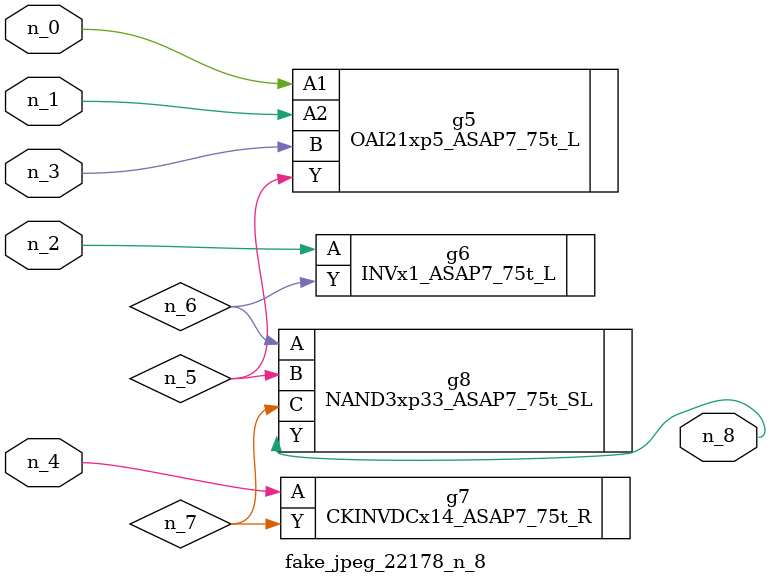
<source format=v>
module fake_jpeg_22178_n_8 (n_3, n_2, n_1, n_0, n_4, n_8);

input n_3;
input n_2;
input n_1;
input n_0;
input n_4;

output n_8;

wire n_6;
wire n_5;
wire n_7;

OAI21xp5_ASAP7_75t_L g5 ( 
.A1(n_0),
.A2(n_1),
.B(n_3),
.Y(n_5)
);

INVx1_ASAP7_75t_L g6 ( 
.A(n_2),
.Y(n_6)
);

CKINVDCx14_ASAP7_75t_R g7 ( 
.A(n_4),
.Y(n_7)
);

NAND3xp33_ASAP7_75t_SL g8 ( 
.A(n_6),
.B(n_5),
.C(n_7),
.Y(n_8)
);


endmodule
</source>
